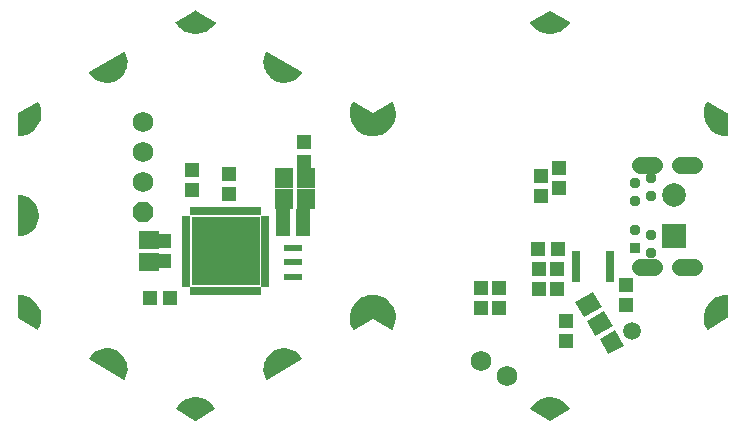
<source format=gbr>
G04 EAGLE Gerber RS-274X export*
G75*
%MOMM*%
%FSLAX34Y34*%
%LPD*%
%INSoldermask Bottom*%
%IPPOS*%
%AMOC8*
5,1,8,0,0,1.08239X$1,22.5*%
G01*
%ADD10R,1.603197X0.603200*%
%ADD11P,1.869504X8X112.500000*%
%ADD12R,1.303200X1.203200*%
%ADD13R,1.203200X1.303200*%
%ADD14R,1.503200X1.703200*%
%ADD15R,1.703200X1.503200*%
%ADD16C,1.727200*%
%ADD17R,0.753200X0.500381*%
%ADD18R,0.500381X0.753200*%
%ADD19R,5.803200X5.803200*%
%ADD20R,1.493200X1.493200*%
%ADD21C,1.493200*%
%ADD22R,0.718200X0.653200*%
%ADD23C,1.203200*%
%ADD24R,0.958000X0.958000*%
%ADD25C,0.958000*%
%ADD26C,1.403200*%
%ADD27C,1.733200*%
%ADD28C,2.003200*%
%ADD29R,2.133600X2.133600*%
%ADD30C,1.403200*%

G36*
X802Y154416D02*
X802Y154416D01*
X815Y154415D01*
X3865Y154657D01*
X3897Y154667D01*
X3944Y154670D01*
X6916Y155399D01*
X6947Y155413D01*
X6992Y155424D01*
X7056Y155451D01*
X8232Y155951D01*
X9407Y156450D01*
X9408Y156450D01*
X9809Y156620D01*
X9837Y156639D01*
X9880Y156657D01*
X12468Y158290D01*
X12492Y158313D01*
X12532Y158338D01*
X14825Y160364D01*
X14845Y160391D01*
X14881Y160422D01*
X16819Y162790D01*
X16835Y162820D01*
X16864Y162856D01*
X18398Y165504D01*
X18408Y165536D01*
X18432Y165577D01*
X18485Y165716D01*
X18485Y165717D01*
X19245Y167713D01*
X19245Y167714D01*
X19435Y168213D01*
X19521Y168436D01*
X19526Y168470D01*
X19543Y168514D01*
X20159Y171511D01*
X20159Y171545D01*
X20168Y171591D01*
X20295Y174648D01*
X20290Y174681D01*
X20292Y174728D01*
X19927Y177766D01*
X19916Y177798D01*
X19911Y177845D01*
X19063Y180785D01*
X19047Y180815D01*
X19035Y180860D01*
X17726Y183626D01*
X17709Y183649D01*
X17699Y183676D01*
X17650Y183728D01*
X17607Y183785D01*
X17582Y183800D01*
X17563Y183820D01*
X17497Y183849D01*
X17435Y183885D01*
X17407Y183889D01*
X17381Y183900D01*
X17309Y183901D01*
X17238Y183910D01*
X17211Y183903D01*
X17182Y183903D01*
X17087Y183868D01*
X17047Y183857D01*
X17038Y183850D01*
X17026Y183845D01*
X775Y174489D01*
X-15476Y183845D01*
X-15503Y183854D01*
X-15527Y183871D01*
X-15597Y183885D01*
X-15665Y183908D01*
X-15693Y183906D01*
X-15721Y183912D01*
X-15792Y183898D01*
X-15863Y183892D01*
X-15888Y183879D01*
X-15916Y183874D01*
X-15976Y183834D01*
X-16039Y183801D01*
X-16057Y183778D01*
X-16081Y183762D01*
X-16139Y183680D01*
X-16166Y183647D01*
X-16169Y183637D01*
X-16176Y183626D01*
X-17485Y180860D01*
X-17493Y180827D01*
X-17513Y180785D01*
X-18361Y177845D01*
X-18364Y177811D01*
X-18377Y177766D01*
X-18742Y174728D01*
X-18739Y174694D01*
X-18745Y174648D01*
X-18618Y171591D01*
X-18610Y171558D01*
X-18609Y171511D01*
X-17993Y168514D01*
X-17980Y168482D01*
X-17971Y168436D01*
X-16882Y165577D01*
X-16864Y165548D01*
X-16848Y165504D01*
X-15314Y162856D01*
X-15292Y162831D01*
X-15269Y162790D01*
X-13331Y160422D01*
X-13304Y160401D01*
X-13275Y160364D01*
X-10982Y158338D01*
X-10953Y158321D01*
X-10918Y158290D01*
X-8330Y156657D01*
X-8298Y156645D01*
X-8259Y156620D01*
X-5442Y155424D01*
X-5409Y155417D01*
X-5366Y155399D01*
X-2394Y154670D01*
X-2360Y154669D01*
X-2315Y154657D01*
X735Y154415D01*
X764Y154418D01*
X792Y154414D01*
X802Y154416D01*
G37*
G36*
X17342Y-9273D02*
X17342Y-9273D01*
X17413Y-9267D01*
X17438Y-9254D01*
X17466Y-9249D01*
X17526Y-9209D01*
X17589Y-9176D01*
X17607Y-9153D01*
X17631Y-9137D01*
X17689Y-9055D01*
X17716Y-9022D01*
X17719Y-9012D01*
X17726Y-9001D01*
X19035Y-6235D01*
X19043Y-6202D01*
X19063Y-6160D01*
X19911Y-3220D01*
X19914Y-3186D01*
X19927Y-3141D01*
X20292Y-103D01*
X20289Y-69D01*
X20295Y-23D01*
X20168Y3034D01*
X20160Y3067D01*
X20159Y3114D01*
X19543Y6111D01*
X19530Y6143D01*
X19521Y6189D01*
X18432Y9048D01*
X18414Y9077D01*
X18398Y9121D01*
X16864Y11769D01*
X16842Y11794D01*
X16819Y11835D01*
X14881Y14203D01*
X14854Y14224D01*
X14825Y14261D01*
X12532Y16287D01*
X12503Y16304D01*
X12468Y16335D01*
X9880Y17968D01*
X9848Y17980D01*
X9809Y18005D01*
X6992Y19201D01*
X6959Y19208D01*
X6916Y19226D01*
X3944Y19955D01*
X3910Y19956D01*
X3865Y19968D01*
X815Y20210D01*
X786Y20207D01*
X758Y20211D01*
X748Y20209D01*
X735Y20210D01*
X-2315Y19968D01*
X-2347Y19958D01*
X-2394Y19955D01*
X-5366Y19226D01*
X-5397Y19212D01*
X-5442Y19201D01*
X-5607Y19131D01*
X-6782Y18632D01*
X-7958Y18132D01*
X-8259Y18005D01*
X-8287Y17986D01*
X-8330Y17968D01*
X-10918Y16335D01*
X-10942Y16312D01*
X-10982Y16287D01*
X-13275Y14261D01*
X-13295Y14234D01*
X-13331Y14203D01*
X-15269Y11835D01*
X-15285Y11805D01*
X-15314Y11769D01*
X-16848Y9121D01*
X-16858Y9089D01*
X-16882Y9048D01*
X-17971Y6189D01*
X-17976Y6155D01*
X-17993Y6111D01*
X-18609Y3114D01*
X-18609Y3080D01*
X-18618Y3034D01*
X-18745Y-23D01*
X-18740Y-56D01*
X-18742Y-103D01*
X-18377Y-3141D01*
X-18366Y-3173D01*
X-18361Y-3220D01*
X-17513Y-6160D01*
X-17497Y-6190D01*
X-17485Y-6235D01*
X-16176Y-9001D01*
X-16159Y-9024D01*
X-16149Y-9051D01*
X-16100Y-9103D01*
X-16057Y-9160D01*
X-16032Y-9175D01*
X-16013Y-9195D01*
X-15947Y-9224D01*
X-15885Y-9260D01*
X-15857Y-9264D01*
X-15831Y-9275D01*
X-15759Y-9276D01*
X-15688Y-9285D01*
X-15661Y-9278D01*
X-15632Y-9278D01*
X-15537Y-9243D01*
X-15497Y-9232D01*
X-15488Y-9225D01*
X-15476Y-9220D01*
X775Y136D01*
X17026Y-9220D01*
X17053Y-9229D01*
X17077Y-9246D01*
X17147Y-9260D01*
X17215Y-9283D01*
X17243Y-9281D01*
X17271Y-9287D01*
X17342Y-9273D01*
G37*
G36*
X-299198Y69816D02*
X-299198Y69816D01*
X-299184Y69815D01*
X-296386Y70047D01*
X-296352Y70057D01*
X-296304Y70060D01*
X-293583Y70750D01*
X-293551Y70765D01*
X-293505Y70776D01*
X-290933Y71904D01*
X-290905Y71924D01*
X-290861Y71943D01*
X-288510Y73479D01*
X-288486Y73504D01*
X-288445Y73530D01*
X-286380Y75431D01*
X-286367Y75448D01*
X-286355Y75457D01*
X-286344Y75473D01*
X-286324Y75492D01*
X-284599Y77708D01*
X-284584Y77739D01*
X-284554Y77777D01*
X-283218Y80246D01*
X-283208Y80279D01*
X-283185Y80322D01*
X-282273Y82977D01*
X-282269Y83012D01*
X-282253Y83057D01*
X-281791Y85826D01*
X-281792Y85861D01*
X-281784Y85909D01*
X-281784Y88716D01*
X-281791Y88750D01*
X-281791Y88799D01*
X-282253Y91568D01*
X-282265Y91600D01*
X-282273Y91648D01*
X-283185Y94303D01*
X-283202Y94333D01*
X-283218Y94379D01*
X-284554Y96848D01*
X-284576Y96875D01*
X-284599Y96917D01*
X-286324Y99133D01*
X-286350Y99156D01*
X-286380Y99194D01*
X-288445Y101095D01*
X-288475Y101113D01*
X-288510Y101146D01*
X-290861Y102682D01*
X-290893Y102694D01*
X-290933Y102721D01*
X-293505Y103849D01*
X-293538Y103856D01*
X-293583Y103875D01*
X-296304Y104565D01*
X-296339Y104566D01*
X-296386Y104578D01*
X-299184Y104810D01*
X-299213Y104807D01*
X-299242Y104811D01*
X-299311Y104795D01*
X-299381Y104787D01*
X-299407Y104772D01*
X-299435Y104765D01*
X-299492Y104723D01*
X-299554Y104688D01*
X-299572Y104665D01*
X-299595Y104648D01*
X-299631Y104587D01*
X-299674Y104530D01*
X-299682Y104502D01*
X-299697Y104477D01*
X-299713Y104378D01*
X-299724Y104337D01*
X-299722Y104326D01*
X-299724Y104313D01*
X-299724Y70313D01*
X-299718Y70284D01*
X-299721Y70255D01*
X-299699Y70187D01*
X-299685Y70118D01*
X-299668Y70094D01*
X-299659Y70066D01*
X-299612Y70012D01*
X-299572Y69954D01*
X-299548Y69938D01*
X-299528Y69916D01*
X-299464Y69885D01*
X-299405Y69847D01*
X-299376Y69842D01*
X-299350Y69829D01*
X-299250Y69821D01*
X-299208Y69814D01*
X-299198Y69816D01*
G37*
G36*
X-209459Y-51573D02*
X-209459Y-51573D01*
X-209388Y-51568D01*
X-209362Y-51554D01*
X-209334Y-51549D01*
X-209275Y-51509D01*
X-209212Y-51476D01*
X-209193Y-51454D01*
X-209169Y-51437D01*
X-209112Y-51356D01*
X-209085Y-51323D01*
X-209082Y-51312D01*
X-209074Y-51301D01*
X-207875Y-48765D01*
X-207867Y-48732D01*
X-207846Y-48688D01*
X-207081Y-45990D01*
X-207079Y-45956D01*
X-207065Y-45909D01*
X-206755Y-43122D01*
X-206758Y-43093D01*
X-206756Y-43083D01*
X-206757Y-43078D01*
X-206753Y-43039D01*
X-206905Y-40239D01*
X-206914Y-40206D01*
X-206917Y-40157D01*
X-207528Y-37420D01*
X-207542Y-37389D01*
X-207553Y-37342D01*
X-208606Y-34743D01*
X-208625Y-34714D01*
X-208643Y-34669D01*
X-210111Y-32279D01*
X-210134Y-32253D01*
X-210159Y-32212D01*
X-212000Y-30096D01*
X-212027Y-30075D01*
X-212059Y-30039D01*
X-214223Y-28254D01*
X-214253Y-28238D01*
X-214290Y-28207D01*
X-216718Y-26804D01*
X-216751Y-26793D01*
X-216793Y-26768D01*
X-219418Y-25783D01*
X-219453Y-25778D01*
X-219498Y-25761D01*
X-222250Y-25221D01*
X-222285Y-25222D01*
X-222332Y-25212D01*
X-225135Y-25133D01*
X-225169Y-25139D01*
X-225217Y-25138D01*
X-227996Y-25521D01*
X-228028Y-25532D01*
X-228076Y-25539D01*
X-230753Y-26374D01*
X-230784Y-26391D01*
X-230830Y-26405D01*
X-233333Y-27670D01*
X-233360Y-27691D01*
X-233403Y-27713D01*
X-235664Y-29373D01*
X-235687Y-29398D01*
X-235726Y-29427D01*
X-237683Y-31436D01*
X-237702Y-31465D01*
X-237736Y-31499D01*
X-239335Y-33803D01*
X-239347Y-33830D01*
X-239365Y-33852D01*
X-239386Y-33920D01*
X-239414Y-33985D01*
X-239414Y-34015D01*
X-239422Y-34043D01*
X-239414Y-34113D01*
X-239415Y-34184D01*
X-239404Y-34211D01*
X-239400Y-34240D01*
X-239366Y-34302D01*
X-239338Y-34368D01*
X-239317Y-34388D01*
X-239303Y-34414D01*
X-239227Y-34477D01*
X-239196Y-34507D01*
X-239186Y-34511D01*
X-239175Y-34520D01*
X-209775Y-51520D01*
X-209747Y-51529D01*
X-209723Y-51546D01*
X-209654Y-51560D01*
X-209586Y-51583D01*
X-209557Y-51581D01*
X-209529Y-51587D01*
X-209459Y-51573D01*
G37*
G36*
X-222332Y199837D02*
X-222332Y199837D01*
X-222298Y199845D01*
X-222250Y199846D01*
X-219498Y200386D01*
X-219466Y200399D01*
X-219418Y200408D01*
X-216793Y201393D01*
X-216763Y201412D01*
X-216718Y201429D01*
X-214290Y202832D01*
X-214264Y202855D01*
X-214223Y202879D01*
X-212059Y204664D01*
X-212037Y204691D01*
X-212000Y204721D01*
X-210159Y206837D01*
X-210142Y206868D01*
X-210111Y206904D01*
X-208643Y209294D01*
X-208632Y209327D01*
X-208606Y209368D01*
X-207553Y211967D01*
X-207546Y212001D01*
X-207528Y212045D01*
X-206917Y214782D01*
X-206916Y214817D01*
X-206905Y214864D01*
X-206753Y217664D01*
X-206758Y217699D01*
X-206755Y217747D01*
X-207065Y220534D01*
X-207076Y220567D01*
X-207081Y220615D01*
X-207846Y223313D01*
X-207862Y223344D01*
X-207875Y223390D01*
X-209074Y225926D01*
X-209091Y225949D01*
X-209101Y225977D01*
X-209150Y226028D01*
X-209193Y226085D01*
X-209218Y226100D01*
X-209238Y226121D01*
X-209303Y226149D01*
X-209365Y226185D01*
X-209393Y226189D01*
X-209420Y226201D01*
X-209491Y226201D01*
X-209562Y226210D01*
X-209590Y226203D01*
X-209619Y226203D01*
X-209712Y226168D01*
X-209753Y226157D01*
X-209762Y226150D01*
X-209775Y226145D01*
X-239175Y209145D01*
X-239197Y209125D01*
X-239223Y209113D01*
X-239271Y209060D01*
X-239324Y209013D01*
X-239336Y208987D01*
X-239356Y208965D01*
X-239379Y208897D01*
X-239409Y208833D01*
X-239411Y208804D01*
X-239420Y208777D01*
X-239415Y208706D01*
X-239418Y208635D01*
X-239408Y208607D01*
X-239406Y208578D01*
X-239364Y208488D01*
X-239349Y208448D01*
X-239341Y208440D01*
X-239335Y208428D01*
X-237736Y206124D01*
X-237711Y206100D01*
X-237683Y206061D01*
X-235726Y204052D01*
X-235697Y204032D01*
X-235664Y203998D01*
X-233403Y202338D01*
X-233372Y202324D01*
X-233333Y202295D01*
X-230830Y201030D01*
X-230796Y201021D01*
X-230753Y200999D01*
X-228076Y200164D01*
X-228042Y200160D01*
X-227996Y200146D01*
X-225217Y199763D01*
X-225183Y199765D01*
X-225135Y199758D01*
X-222332Y199837D01*
G37*
G36*
X-88860Y-51578D02*
X-88860Y-51578D01*
X-88831Y-51578D01*
X-88738Y-51543D01*
X-88697Y-51532D01*
X-88688Y-51525D01*
X-88675Y-51520D01*
X-59275Y-34520D01*
X-59253Y-34500D01*
X-59227Y-34488D01*
X-59179Y-34435D01*
X-59126Y-34388D01*
X-59114Y-34362D01*
X-59094Y-34340D01*
X-59071Y-34272D01*
X-59041Y-34208D01*
X-59039Y-34179D01*
X-59030Y-34152D01*
X-59035Y-34081D01*
X-59032Y-34010D01*
X-59042Y-33982D01*
X-59044Y-33953D01*
X-59086Y-33863D01*
X-59101Y-33823D01*
X-59109Y-33815D01*
X-59115Y-33803D01*
X-60714Y-31499D01*
X-60740Y-31475D01*
X-60767Y-31436D01*
X-62724Y-29427D01*
X-62753Y-29407D01*
X-62786Y-29373D01*
X-65047Y-27713D01*
X-65078Y-27699D01*
X-65117Y-27670D01*
X-67620Y-26405D01*
X-67654Y-26396D01*
X-67697Y-26374D01*
X-70374Y-25539D01*
X-70408Y-25535D01*
X-70454Y-25521D01*
X-73233Y-25138D01*
X-73267Y-25140D01*
X-73315Y-25133D01*
X-76118Y-25212D01*
X-76152Y-25220D01*
X-76200Y-25221D01*
X-78952Y-25761D01*
X-78984Y-25774D01*
X-79032Y-25783D01*
X-81657Y-26768D01*
X-81687Y-26787D01*
X-81732Y-26804D01*
X-84160Y-28207D01*
X-84186Y-28230D01*
X-84228Y-28254D01*
X-86391Y-30039D01*
X-86413Y-30066D01*
X-86450Y-30096D01*
X-88291Y-32212D01*
X-88308Y-32243D01*
X-88340Y-32279D01*
X-89807Y-34669D01*
X-89818Y-34702D01*
X-89844Y-34743D01*
X-90897Y-37342D01*
X-90904Y-37376D01*
X-90922Y-37420D01*
X-91533Y-40157D01*
X-91534Y-40192D01*
X-91545Y-40239D01*
X-91697Y-43039D01*
X-91692Y-43074D01*
X-91695Y-43122D01*
X-91385Y-45909D01*
X-91374Y-45942D01*
X-91369Y-45990D01*
X-90604Y-48688D01*
X-90588Y-48719D01*
X-90575Y-48765D01*
X-89376Y-51301D01*
X-89359Y-51324D01*
X-89349Y-51352D01*
X-89300Y-51403D01*
X-89257Y-51460D01*
X-89232Y-51475D01*
X-89212Y-51496D01*
X-89147Y-51524D01*
X-89086Y-51560D01*
X-89057Y-51564D01*
X-89030Y-51576D01*
X-88959Y-51576D01*
X-88888Y-51585D01*
X-88860Y-51578D01*
G37*
G36*
X-73281Y199764D02*
X-73281Y199764D01*
X-73233Y199763D01*
X-70454Y200146D01*
X-70422Y200157D01*
X-70374Y200164D01*
X-67697Y200999D01*
X-67666Y201016D01*
X-67620Y201030D01*
X-65117Y202295D01*
X-65090Y202316D01*
X-65047Y202338D01*
X-62786Y203998D01*
X-62763Y204023D01*
X-62724Y204052D01*
X-60767Y206061D01*
X-60748Y206090D01*
X-60714Y206124D01*
X-59115Y208428D01*
X-59103Y208455D01*
X-59085Y208477D01*
X-59064Y208545D01*
X-59036Y208610D01*
X-59036Y208640D01*
X-59028Y208668D01*
X-59036Y208738D01*
X-59035Y208809D01*
X-59046Y208836D01*
X-59050Y208865D01*
X-59084Y208927D01*
X-59112Y208993D01*
X-59133Y209013D01*
X-59147Y209039D01*
X-59223Y209102D01*
X-59254Y209132D01*
X-59264Y209136D01*
X-59275Y209145D01*
X-88675Y226145D01*
X-88703Y226154D01*
X-88727Y226171D01*
X-88796Y226185D01*
X-88864Y226208D01*
X-88893Y226206D01*
X-88921Y226212D01*
X-88991Y226198D01*
X-89062Y226193D01*
X-89088Y226179D01*
X-89116Y226174D01*
X-89175Y226134D01*
X-89238Y226101D01*
X-89257Y226079D01*
X-89281Y226062D01*
X-89338Y225981D01*
X-89365Y225948D01*
X-89368Y225937D01*
X-89376Y225926D01*
X-90575Y223390D01*
X-90583Y223357D01*
X-90604Y223313D01*
X-91369Y220615D01*
X-91371Y220581D01*
X-91385Y220534D01*
X-91695Y217747D01*
X-91693Y217719D01*
X-91693Y217714D01*
X-91692Y217709D01*
X-91697Y217664D01*
X-91545Y214864D01*
X-91536Y214831D01*
X-91533Y214782D01*
X-90922Y212045D01*
X-90908Y212014D01*
X-90897Y211967D01*
X-89844Y209368D01*
X-89825Y209339D01*
X-89807Y209294D01*
X-88340Y206904D01*
X-88316Y206878D01*
X-88291Y206837D01*
X-86450Y204721D01*
X-86423Y204700D01*
X-86391Y204664D01*
X-84228Y202879D01*
X-84197Y202863D01*
X-84160Y202832D01*
X-81732Y201429D01*
X-81699Y201418D01*
X-81657Y201393D01*
X-79032Y200408D01*
X-78997Y200403D01*
X-78952Y200386D01*
X-76200Y199846D01*
X-76166Y199847D01*
X-76118Y199837D01*
X-73315Y199758D01*
X-73281Y199764D01*
G37*
G36*
X-299217Y154377D02*
X-299217Y154377D01*
X-299203Y154375D01*
X-296147Y154622D01*
X-296114Y154632D01*
X-296068Y154635D01*
X-293091Y155369D01*
X-293060Y155383D01*
X-293014Y155394D01*
X-290194Y156596D01*
X-290166Y156615D01*
X-290122Y156633D01*
X-287531Y158272D01*
X-287506Y158296D01*
X-287467Y158321D01*
X-285172Y160354D01*
X-285151Y160381D01*
X-285116Y160412D01*
X-283177Y162787D01*
X-283161Y162817D01*
X-283131Y162853D01*
X-281598Y165508D01*
X-281587Y165541D01*
X-281564Y165581D01*
X-280476Y168448D01*
X-280471Y168481D01*
X-280454Y168525D01*
X-279841Y171529D01*
X-279841Y171563D01*
X-279831Y171609D01*
X-279707Y174673D01*
X-279713Y174706D01*
X-279711Y174753D01*
X-280080Y177797D01*
X-280091Y177829D01*
X-280096Y177876D01*
X-280949Y180821D01*
X-280965Y180851D01*
X-280978Y180896D01*
X-282292Y183666D01*
X-282310Y183689D01*
X-282320Y183716D01*
X-282369Y183768D01*
X-282412Y183825D01*
X-282437Y183840D01*
X-282457Y183861D01*
X-282522Y183889D01*
X-282584Y183925D01*
X-282612Y183929D01*
X-282639Y183940D01*
X-282710Y183941D01*
X-282781Y183950D01*
X-282809Y183942D01*
X-282838Y183942D01*
X-282931Y183907D01*
X-282972Y183896D01*
X-282981Y183889D01*
X-282994Y183884D01*
X-299471Y174345D01*
X-299528Y174293D01*
X-299590Y174248D01*
X-299602Y174228D01*
X-299620Y174213D01*
X-299653Y174143D01*
X-299692Y174077D01*
X-299696Y174052D01*
X-299705Y174033D01*
X-299707Y173989D01*
X-299720Y173913D01*
X-299743Y154874D01*
X-299737Y154845D01*
X-299739Y154816D01*
X-299717Y154749D01*
X-299703Y154679D01*
X-299687Y154655D01*
X-299678Y154627D01*
X-299631Y154573D01*
X-299591Y154515D01*
X-299567Y154499D01*
X-299548Y154477D01*
X-299483Y154446D01*
X-299423Y154407D01*
X-299395Y154403D01*
X-299369Y154390D01*
X-299269Y154381D01*
X-299227Y154374D01*
X-299217Y154377D01*
G37*
G36*
X-282678Y-9313D02*
X-282678Y-9313D01*
X-282607Y-9307D01*
X-282581Y-9294D01*
X-282553Y-9288D01*
X-282493Y-9248D01*
X-282430Y-9216D01*
X-282412Y-9193D01*
X-282388Y-9177D01*
X-282330Y-9095D01*
X-282303Y-9063D01*
X-282300Y-9052D01*
X-282292Y-9041D01*
X-280978Y-6271D01*
X-280970Y-6238D01*
X-280949Y-6196D01*
X-280096Y-3251D01*
X-280094Y-3217D01*
X-280080Y-3172D01*
X-279711Y-128D01*
X-279713Y-94D01*
X-279707Y-48D01*
X-279831Y3016D01*
X-279839Y3049D01*
X-279841Y3096D01*
X-280454Y6100D01*
X-280467Y6131D01*
X-280476Y6177D01*
X-281564Y9044D01*
X-281582Y9073D01*
X-281598Y9117D01*
X-283131Y11772D01*
X-283154Y11798D01*
X-283177Y11838D01*
X-285116Y14213D01*
X-285142Y14235D01*
X-285172Y14271D01*
X-287467Y16305D01*
X-287496Y16321D01*
X-287531Y16353D01*
X-290122Y17992D01*
X-290154Y18004D01*
X-290194Y18029D01*
X-293014Y19231D01*
X-293048Y19238D01*
X-293091Y19256D01*
X-296068Y19990D01*
X-296102Y19991D01*
X-296147Y20003D01*
X-299203Y20250D01*
X-299232Y20246D01*
X-299260Y20251D01*
X-299330Y20234D01*
X-299401Y20226D01*
X-299426Y20211D01*
X-299454Y20205D01*
X-299511Y20162D01*
X-299573Y20127D01*
X-299591Y20104D01*
X-299614Y20087D01*
X-299650Y20025D01*
X-299693Y19968D01*
X-299700Y19940D01*
X-299715Y19915D01*
X-299732Y19817D01*
X-299742Y19776D01*
X-299740Y19765D01*
X-299743Y19751D01*
X-299720Y712D01*
X-299704Y637D01*
X-299696Y560D01*
X-299685Y540D01*
X-299680Y517D01*
X-299636Y454D01*
X-299599Y387D01*
X-299579Y370D01*
X-299567Y353D01*
X-299530Y329D01*
X-299471Y280D01*
X-282994Y-9259D01*
X-282966Y-9268D01*
X-282942Y-9285D01*
X-282873Y-9300D01*
X-282805Y-9322D01*
X-282776Y-9320D01*
X-282748Y-9326D01*
X-282678Y-9313D01*
G37*
G36*
X150791Y-86377D02*
X150791Y-86377D01*
X150868Y-86378D01*
X150892Y-86369D01*
X150913Y-86367D01*
X150952Y-86347D01*
X151024Y-86320D01*
X167524Y-76820D01*
X167546Y-76801D01*
X167572Y-76789D01*
X167606Y-76751D01*
X167609Y-76749D01*
X167612Y-76745D01*
X167620Y-76736D01*
X167673Y-76689D01*
X167686Y-76663D01*
X167705Y-76641D01*
X167728Y-76574D01*
X167759Y-76509D01*
X167761Y-76480D01*
X167770Y-76453D01*
X167765Y-76382D01*
X167768Y-76311D01*
X167758Y-76284D01*
X167756Y-76255D01*
X167714Y-76164D01*
X167699Y-76124D01*
X167692Y-76116D01*
X167686Y-76104D01*
X165944Y-73580D01*
X165920Y-73557D01*
X165893Y-73518D01*
X163769Y-71307D01*
X163741Y-71288D01*
X163709Y-71254D01*
X161258Y-69412D01*
X161227Y-69397D01*
X161190Y-69369D01*
X158475Y-67944D01*
X158442Y-67934D01*
X158401Y-67912D01*
X155493Y-66941D01*
X155466Y-66938D01*
X155457Y-66937D01*
X155415Y-66922D01*
X152388Y-66430D01*
X152354Y-66432D01*
X152308Y-66424D01*
X149242Y-66424D01*
X149209Y-66431D01*
X149162Y-66430D01*
X146135Y-66922D01*
X146104Y-66934D01*
X146057Y-66941D01*
X143149Y-67912D01*
X143120Y-67929D01*
X143075Y-67944D01*
X140360Y-69369D01*
X140334Y-69390D01*
X140292Y-69412D01*
X137841Y-71254D01*
X137818Y-71279D01*
X137781Y-71307D01*
X135657Y-73518D01*
X135639Y-73547D01*
X135606Y-73580D01*
X133864Y-76104D01*
X133853Y-76131D01*
X133834Y-76153D01*
X133814Y-76221D01*
X133786Y-76287D01*
X133786Y-76316D01*
X133778Y-76343D01*
X133786Y-76415D01*
X133786Y-76486D01*
X133797Y-76512D01*
X133800Y-76541D01*
X133835Y-76603D01*
X133863Y-76669D01*
X133883Y-76689D01*
X133898Y-76714D01*
X133961Y-76766D01*
X133965Y-76772D01*
X133974Y-76777D01*
X133975Y-76778D01*
X134005Y-76808D01*
X134015Y-76812D01*
X134026Y-76820D01*
X150526Y-86320D01*
X150599Y-86344D01*
X150669Y-86375D01*
X150693Y-86376D01*
X150715Y-86383D01*
X150791Y-86377D01*
G37*
G36*
X-149209Y-86377D02*
X-149209Y-86377D01*
X-149132Y-86378D01*
X-149108Y-86369D01*
X-149087Y-86367D01*
X-149048Y-86347D01*
X-148976Y-86320D01*
X-132476Y-76820D01*
X-132454Y-76801D01*
X-132428Y-76789D01*
X-132394Y-76751D01*
X-132391Y-76749D01*
X-132388Y-76745D01*
X-132380Y-76736D01*
X-132327Y-76689D01*
X-132314Y-76663D01*
X-132295Y-76641D01*
X-132272Y-76574D01*
X-132241Y-76509D01*
X-132240Y-76480D01*
X-132230Y-76453D01*
X-132235Y-76382D01*
X-132232Y-76311D01*
X-132242Y-76284D01*
X-132244Y-76255D01*
X-132286Y-76164D01*
X-132301Y-76124D01*
X-132308Y-76116D01*
X-132314Y-76104D01*
X-134056Y-73580D01*
X-134080Y-73557D01*
X-134107Y-73518D01*
X-136231Y-71307D01*
X-136259Y-71288D01*
X-136291Y-71254D01*
X-138742Y-69412D01*
X-138773Y-69397D01*
X-138810Y-69369D01*
X-141525Y-67944D01*
X-141558Y-67934D01*
X-141599Y-67912D01*
X-144507Y-66941D01*
X-144534Y-66938D01*
X-144543Y-66937D01*
X-144585Y-66922D01*
X-147612Y-66430D01*
X-147646Y-66432D01*
X-147692Y-66424D01*
X-150758Y-66424D01*
X-150791Y-66431D01*
X-150838Y-66430D01*
X-153865Y-66922D01*
X-153896Y-66934D01*
X-153943Y-66941D01*
X-156851Y-67912D01*
X-156881Y-67929D01*
X-156925Y-67944D01*
X-159640Y-69369D01*
X-159666Y-69390D01*
X-159708Y-69412D01*
X-162159Y-71254D01*
X-162182Y-71279D01*
X-162219Y-71307D01*
X-164343Y-73518D01*
X-164361Y-73547D01*
X-164394Y-73580D01*
X-166136Y-76104D01*
X-166147Y-76131D01*
X-166166Y-76153D01*
X-166186Y-76221D01*
X-166214Y-76287D01*
X-166214Y-76316D01*
X-166222Y-76343D01*
X-166214Y-76415D01*
X-166215Y-76486D01*
X-166203Y-76512D01*
X-166200Y-76541D01*
X-166165Y-76603D01*
X-166137Y-76669D01*
X-166117Y-76689D01*
X-166102Y-76714D01*
X-166039Y-76766D01*
X-166035Y-76772D01*
X-166026Y-76777D01*
X-166025Y-76778D01*
X-165995Y-76808D01*
X-165985Y-76812D01*
X-165974Y-76820D01*
X-149474Y-86320D01*
X-149401Y-86344D01*
X-149331Y-86375D01*
X-149307Y-86376D01*
X-149285Y-86383D01*
X-149209Y-86377D01*
G37*
G36*
X-147659Y241056D02*
X-147659Y241056D01*
X-147612Y241055D01*
X-144585Y241547D01*
X-144554Y241559D01*
X-144507Y241566D01*
X-141599Y242537D01*
X-141570Y242554D01*
X-141525Y242569D01*
X-138810Y243994D01*
X-138784Y244015D01*
X-138742Y244037D01*
X-136291Y245879D01*
X-136268Y245904D01*
X-136231Y245932D01*
X-134107Y248143D01*
X-134089Y248172D01*
X-134056Y248205D01*
X-132314Y250729D01*
X-132303Y250756D01*
X-132284Y250778D01*
X-132264Y250846D01*
X-132236Y250912D01*
X-132236Y250941D01*
X-132228Y250968D01*
X-132236Y251040D01*
X-132236Y251111D01*
X-132247Y251137D01*
X-132250Y251166D01*
X-132285Y251228D01*
X-132313Y251294D01*
X-132333Y251314D01*
X-132348Y251339D01*
X-132425Y251403D01*
X-132455Y251433D01*
X-132465Y251437D01*
X-132476Y251445D01*
X-148976Y260945D01*
X-149049Y260969D01*
X-149119Y261000D01*
X-149143Y261001D01*
X-149165Y261008D01*
X-149241Y261002D01*
X-149318Y261003D01*
X-149342Y260994D01*
X-149363Y260992D01*
X-149402Y260972D01*
X-149474Y260945D01*
X-165974Y251445D01*
X-165996Y251426D01*
X-166022Y251414D01*
X-166070Y251361D01*
X-166123Y251314D01*
X-166136Y251288D01*
X-166155Y251266D01*
X-166178Y251199D01*
X-166209Y251134D01*
X-166211Y251105D01*
X-166220Y251078D01*
X-166215Y251007D01*
X-166218Y250936D01*
X-166208Y250909D01*
X-166206Y250880D01*
X-166164Y250789D01*
X-166149Y250749D01*
X-166142Y250741D01*
X-166136Y250729D01*
X-164394Y248205D01*
X-164370Y248182D01*
X-164343Y248143D01*
X-162219Y245932D01*
X-162191Y245913D01*
X-162159Y245879D01*
X-159708Y244037D01*
X-159677Y244022D01*
X-159640Y243994D01*
X-156925Y242569D01*
X-156892Y242559D01*
X-156851Y242537D01*
X-153943Y241566D01*
X-153909Y241562D01*
X-153865Y241547D01*
X-150838Y241055D01*
X-150804Y241057D01*
X-150758Y241049D01*
X-147692Y241049D01*
X-147659Y241056D01*
G37*
G36*
X152341Y241056D02*
X152341Y241056D01*
X152388Y241055D01*
X155415Y241547D01*
X155446Y241559D01*
X155493Y241566D01*
X158401Y242537D01*
X158431Y242554D01*
X158475Y242569D01*
X161190Y243994D01*
X161216Y244015D01*
X161258Y244037D01*
X163709Y245879D01*
X163732Y245904D01*
X163769Y245932D01*
X165893Y248143D01*
X165911Y248172D01*
X165944Y248205D01*
X167686Y250729D01*
X167697Y250756D01*
X167716Y250778D01*
X167736Y250846D01*
X167764Y250912D01*
X167764Y250941D01*
X167772Y250968D01*
X167764Y251040D01*
X167765Y251111D01*
X167753Y251137D01*
X167750Y251166D01*
X167715Y251228D01*
X167687Y251294D01*
X167667Y251314D01*
X167652Y251339D01*
X167575Y251403D01*
X167545Y251433D01*
X167535Y251437D01*
X167524Y251445D01*
X151024Y260945D01*
X150951Y260969D01*
X150881Y261000D01*
X150857Y261001D01*
X150835Y261008D01*
X150759Y261002D01*
X150682Y261003D01*
X150658Y260994D01*
X150637Y260992D01*
X150598Y260972D01*
X150526Y260945D01*
X134026Y251445D01*
X134004Y251426D01*
X133978Y251414D01*
X133930Y251361D01*
X133877Y251314D01*
X133864Y251288D01*
X133845Y251266D01*
X133822Y251199D01*
X133791Y251134D01*
X133790Y251105D01*
X133780Y251078D01*
X133785Y251007D01*
X133782Y250936D01*
X133792Y250909D01*
X133794Y250880D01*
X133836Y250789D01*
X133851Y250749D01*
X133858Y250741D01*
X133864Y250729D01*
X135606Y248205D01*
X135630Y248182D01*
X135657Y248143D01*
X137781Y245932D01*
X137809Y245913D01*
X137841Y245879D01*
X140292Y244037D01*
X140323Y244022D01*
X140360Y243994D01*
X143075Y242569D01*
X143108Y242559D01*
X143149Y242537D01*
X146057Y241566D01*
X146091Y241562D01*
X146135Y241547D01*
X149162Y241055D01*
X149196Y241057D01*
X149242Y241049D01*
X152308Y241049D01*
X152341Y241056D01*
G37*
G36*
X300861Y154430D02*
X300861Y154430D01*
X300933Y154439D01*
X300957Y154453D01*
X300985Y154460D01*
X301043Y154502D01*
X301105Y154538D01*
X301122Y154561D01*
X301145Y154577D01*
X301182Y154639D01*
X301225Y154697D01*
X301232Y154724D01*
X301247Y154748D01*
X301263Y154849D01*
X301274Y154889D01*
X301272Y154900D01*
X301274Y154913D01*
X301274Y173913D01*
X301259Y173989D01*
X301250Y174066D01*
X301239Y174086D01*
X301235Y174107D01*
X301191Y174172D01*
X301152Y174239D01*
X301133Y174255D01*
X301122Y174271D01*
X301084Y174295D01*
X301024Y174345D01*
X284524Y183845D01*
X284497Y183854D01*
X284473Y183871D01*
X284403Y183885D01*
X284335Y183908D01*
X284307Y183906D01*
X284279Y183912D01*
X284209Y183898D01*
X284137Y183892D01*
X284112Y183879D01*
X284084Y183874D01*
X284024Y183834D01*
X283961Y183801D01*
X283943Y183778D01*
X283919Y183762D01*
X283861Y183680D01*
X283834Y183647D01*
X283831Y183637D01*
X283824Y183626D01*
X282515Y180860D01*
X282507Y180827D01*
X282487Y180785D01*
X281639Y177845D01*
X281636Y177811D01*
X281623Y177766D01*
X281258Y174728D01*
X281261Y174694D01*
X281255Y174648D01*
X281382Y171591D01*
X281390Y171558D01*
X281391Y171511D01*
X282007Y168514D01*
X282020Y168482D01*
X282030Y168436D01*
X283118Y165577D01*
X283136Y165548D01*
X283153Y165504D01*
X284686Y162856D01*
X284708Y162831D01*
X284731Y162790D01*
X286669Y160422D01*
X286696Y160401D01*
X286725Y160364D01*
X289018Y158338D01*
X289047Y158321D01*
X289082Y158290D01*
X291670Y156657D01*
X291702Y156645D01*
X291741Y156620D01*
X294558Y155424D01*
X294591Y155417D01*
X294634Y155399D01*
X297606Y154670D01*
X297640Y154669D01*
X297685Y154657D01*
X300735Y154415D01*
X300764Y154418D01*
X300792Y154414D01*
X300861Y154430D01*
G37*
G36*
X284339Y-9278D02*
X284339Y-9278D01*
X284368Y-9278D01*
X284463Y-9243D01*
X284503Y-9232D01*
X284512Y-9225D01*
X284524Y-9220D01*
X301024Y280D01*
X301083Y331D01*
X301145Y377D01*
X301156Y397D01*
X301173Y411D01*
X301207Y482D01*
X301247Y548D01*
X301251Y573D01*
X301259Y591D01*
X301261Y635D01*
X301274Y713D01*
X301274Y19713D01*
X301269Y19740D01*
X301271Y19769D01*
X301249Y19837D01*
X301235Y19907D01*
X301219Y19931D01*
X301210Y19958D01*
X301163Y20012D01*
X301122Y20071D01*
X301098Y20087D01*
X301080Y20108D01*
X301015Y20140D01*
X300955Y20178D01*
X300927Y20183D01*
X300901Y20196D01*
X300800Y20205D01*
X300758Y20211D01*
X300748Y20209D01*
X300735Y20210D01*
X297685Y19968D01*
X297653Y19958D01*
X297606Y19955D01*
X294634Y19226D01*
X294603Y19212D01*
X294558Y19201D01*
X294393Y19131D01*
X293218Y18632D01*
X292042Y18132D01*
X291741Y18005D01*
X291713Y17986D01*
X291670Y17968D01*
X289082Y16335D01*
X289058Y16312D01*
X289018Y16287D01*
X286725Y14261D01*
X286705Y14234D01*
X286669Y14203D01*
X284731Y11835D01*
X284715Y11805D01*
X284686Y11769D01*
X283153Y9121D01*
X283142Y9089D01*
X283118Y9048D01*
X282030Y6189D01*
X282024Y6155D01*
X282007Y6111D01*
X281391Y3114D01*
X281391Y3080D01*
X281382Y3034D01*
X281255Y-23D01*
X281260Y-56D01*
X281258Y-103D01*
X281623Y-3141D01*
X281634Y-3173D01*
X281639Y-3220D01*
X282487Y-6160D01*
X282503Y-6190D01*
X282515Y-6235D01*
X283824Y-9001D01*
X283841Y-9024D01*
X283851Y-9051D01*
X283900Y-9103D01*
X283943Y-9160D01*
X283968Y-9175D01*
X283987Y-9195D01*
X284053Y-9224D01*
X284115Y-9260D01*
X284143Y-9264D01*
X284169Y-9275D01*
X284241Y-9276D01*
X284312Y-9285D01*
X284339Y-9278D01*
G37*
D10*
X-66675Y35625D03*
X-66675Y47625D03*
X-66675Y59625D03*
D11*
X-193675Y90488D03*
D12*
X-152400Y125975D03*
X-152400Y108975D03*
D13*
X-170888Y17463D03*
X-187888Y17463D03*
D12*
X-57150Y132788D03*
X-57150Y149788D03*
X-75175Y76200D03*
X-58175Y76200D03*
X-75175Y87313D03*
X-58175Y87313D03*
D13*
X-176213Y65650D03*
X-176213Y48650D03*
D14*
X-74588Y101600D03*
X-55588Y101600D03*
X-74588Y119063D03*
X-55588Y119063D03*
D15*
X-188913Y66650D03*
X-188913Y47650D03*
D16*
X-193675Y166688D03*
X-193675Y141288D03*
X-193675Y115888D03*
D17*
X-90025Y84657D03*
X-90025Y79656D03*
X-90025Y74654D03*
X-90025Y69653D03*
X-90025Y64652D03*
X-90025Y59651D03*
X-90025Y54649D03*
X-90025Y49648D03*
X-90025Y44647D03*
X-90025Y39646D03*
X-90025Y34644D03*
X-90025Y29643D03*
D18*
X-96318Y23350D03*
X-101319Y23350D03*
X-106321Y23350D03*
X-111322Y23350D03*
X-116323Y23350D03*
X-121324Y23350D03*
X-126326Y23350D03*
X-131327Y23350D03*
X-136328Y23350D03*
X-141329Y23350D03*
X-146331Y23350D03*
X-151332Y23350D03*
D17*
X-157625Y29643D03*
X-157625Y34644D03*
X-157625Y39646D03*
X-157625Y44647D03*
X-157625Y49648D03*
X-157625Y54649D03*
X-157625Y59651D03*
X-157625Y64652D03*
X-157625Y69653D03*
X-157625Y74654D03*
X-157625Y79656D03*
X-157625Y84657D03*
D18*
X-151332Y90950D03*
X-146331Y90950D03*
X-141329Y90950D03*
X-136328Y90950D03*
X-131327Y90950D03*
X-126326Y90950D03*
X-121324Y90950D03*
X-116323Y90950D03*
X-111322Y90950D03*
X-106321Y90950D03*
X-101319Y90950D03*
X-96318Y90950D03*
D19*
X-123825Y57150D03*
D20*
G36*
X213313Y-22813D02*
X200383Y-30279D01*
X192917Y-17349D01*
X205847Y-9883D01*
X213313Y-22813D01*
G37*
D21*
X220435Y-10081D03*
D14*
G36*
X196642Y6508D02*
X204158Y-6510D01*
X189408Y-15026D01*
X181892Y-2008D01*
X196642Y6508D01*
G37*
G36*
X187142Y22963D02*
X194658Y9945D01*
X179908Y1429D01*
X172392Y14447D01*
X187142Y22963D01*
G37*
D22*
X173245Y34700D03*
X173245Y41200D03*
X173245Y47700D03*
X173245Y54200D03*
X201405Y54200D03*
X201405Y47700D03*
X201405Y41200D03*
X201405Y34700D03*
D12*
X158750Y127563D03*
X158750Y110563D03*
X141288Y41838D03*
X141288Y24838D03*
D13*
X157725Y58738D03*
X140725Y58738D03*
D12*
X164519Y-18606D03*
X164519Y-1606D03*
X107950Y25963D03*
X107950Y8963D03*
D13*
X157163Y24838D03*
X157163Y41838D03*
D12*
X214894Y11556D03*
X214894Y28556D03*
X92075Y8963D03*
X92075Y25963D03*
X142875Y104213D03*
X142875Y121213D03*
D23*
X-149225Y252513D03*
X1495Y164833D03*
X1495Y9793D03*
X-149225Y-77888D03*
X-220725Y211213D03*
X-77725Y211213D03*
X-77725Y-36588D03*
X-220725Y-36588D03*
X150775Y252513D03*
X293875Y169913D03*
X293875Y4713D03*
X150775Y-77888D03*
X-292292Y169913D03*
X-292292Y4713D03*
X-292325Y87313D03*
D24*
X223275Y59813D03*
D25*
X223275Y74813D03*
X223275Y99813D03*
X223275Y114813D03*
X236775Y118813D03*
X236775Y103813D03*
X236775Y70813D03*
X236775Y55813D03*
D26*
X239075Y44113D02*
X227075Y44113D01*
X227075Y130513D02*
X239075Y130513D01*
X260875Y130513D02*
X272875Y130513D01*
X272875Y44113D02*
X260875Y44113D01*
D27*
X92345Y-35506D03*
X114342Y-48206D03*
D12*
X-120650Y105800D03*
X-120650Y122800D03*
D28*
X255588Y104850D03*
D29*
X255588Y69850D03*
D30*
X255588Y69850D03*
M02*

</source>
